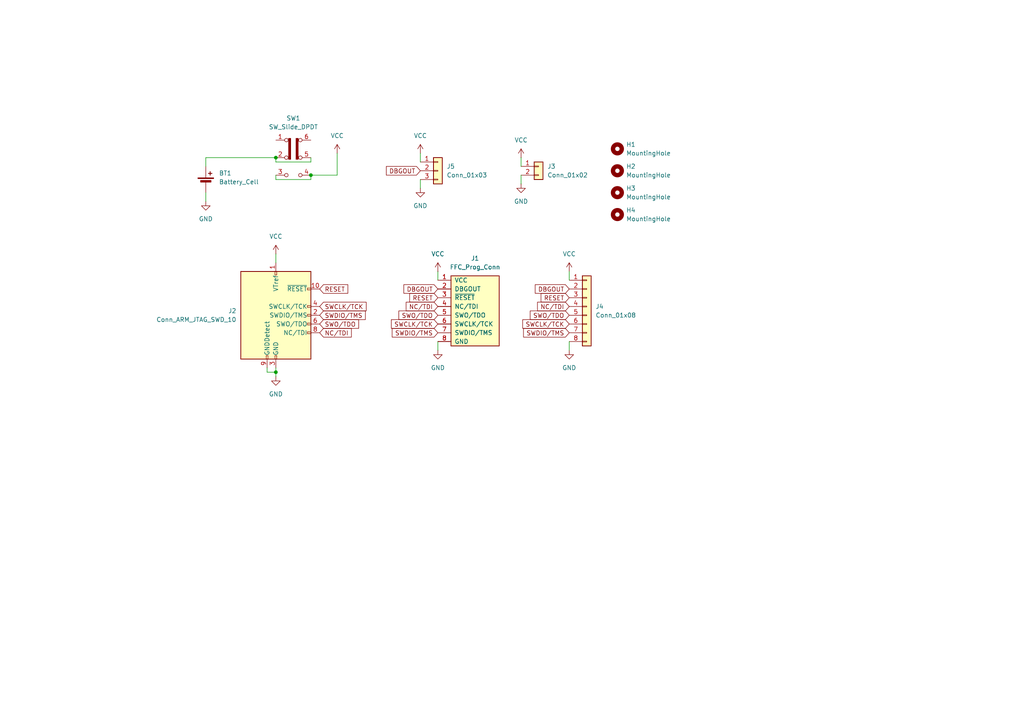
<source format=kicad_sch>
(kicad_sch (version 20231120) (generator "eeschema") (generator_version "8.0")
  (paper "A4")
  (lib_symbols
    (symbol "Connector_Generic:Conn_01x02" (pin_names (offset 1.016) hide)
      (property "Reference" "J" (at 0 2.54 0))
      (property "Value" "Conn_01x02" (at 0 -5.08 0))
      (symbol "Conn_01x02_1_1"
        (rectangle (start -1.27 -2.413) (end 0 -2.667) (stroke (width 0.1524)))
        (rectangle (start -1.27 0.127) (end 0 -0.127) (stroke (width 0.1524)))
        (rectangle (start -1.27 1.27) (end 1.27 -3.81) (stroke (width 0.254)) (fill (type background)))
        (pin passive line (at -5.08 0 0) (length 3.81) (name "Pin_1") (number "1"))
        (pin passive line (at -5.08 -2.54 0) (length 3.81) (name "Pin_2") (number "2"))
      )
    )
    (symbol "Connector_Generic:Conn_01x03" (pin_names (offset 1.016) hide)
      (property "Reference" "J" (at 0 5.08 0))
      (property "Value" "Conn_01x03" (at 0 -5.08 0))
      (symbol "Conn_01x03_1_1"
        (rectangle (start -1.27 -2.413) (end 0 -2.667) (stroke (width 0.1524)))
        (rectangle (start -1.27 0.127) (end 0 -0.127) (stroke (width 0.1524)))
        (rectangle (start -1.27 2.667) (end 0 2.413) (stroke (width 0.1524)))
        (rectangle (start -1.27 3.81) (end 1.27 -3.81) (stroke (width 0.254)) (fill (type background)))
        (pin passive line (at -5.08 2.54 0) (length 3.81) (name "Pin_1") (number "1"))
        (pin passive line (at -5.08 0 0) (length 3.81) (name "Pin_2") (number "2"))
        (pin passive line (at -5.08 -2.54 0) (length 3.81) (name "Pin_3") (number "3"))
      )
    )
    (symbol "Connector_Generic:Conn_01x08" (pin_names (offset 1.016) hide)
      (property "Reference" "J" (at 0 10.16 0))
      (property "Value" "Conn_01x08" (at 0 -12.7 0))
      (symbol "Conn_01x08_1_1"
        (rectangle (start -1.27 -10.033) (end 0 -10.287) (stroke (width 0.1524)))
        (rectangle (start -1.27 -7.493) (end 0 -7.747) (stroke (width 0.1524)))
        (rectangle (start -1.27 -4.953) (end 0 -5.207) (stroke (width 0.1524)))
        (rectangle (start -1.27 -2.413) (end 0 -2.667) (stroke (width 0.1524)))
        (rectangle (start -1.27 0.127) (end 0 -0.127) (stroke (width 0.1524)))
        (rectangle (start -1.27 2.667) (end 0 2.413) (stroke (width 0.1524)))
        (rectangle (start -1.27 5.207) (end 0 4.953) (stroke (width 0.1524)))
        (rectangle (start -1.27 7.747) (end 0 7.493) (stroke (width 0.1524)))
        (rectangle (start -1.27 8.89) (end 1.27 -11.43) (stroke (width 0.254)) (fill (type background)))
        (pin passive line (at -5.08 7.62 0) (length 3.81) (name "Pin_1") (number "1"))
        (pin passive line (at -5.08 5.08 0) (length 3.81) (name "Pin_2") (number "2"))
        (pin passive line (at -5.08 2.54 0) (length 3.81) (name "Pin_3") (number "3"))
        (pin passive line (at -5.08 0 0) (length 3.81) (name "Pin_4") (number "4"))
        (pin passive line (at -5.08 -2.54 0) (length 3.81) (name "Pin_5") (number "5"))
        (pin passive line (at -5.08 -5.08 0) (length 3.81) (name "Pin_6") (number "6"))
        (pin passive line (at -5.08 -7.62 0) (length 3.81) (name "Pin_7") (number "7"))
        (pin passive line (at -5.08 -10.16 0) (length 3.81) (name "Pin_8") (number "8"))
      )
    )
    (symbol "KiPLM:CON/CON-0000-0080" (pin_names (offset 1.016))
      (property "Reference" "J" (at -6.096 11.684 0))
      (property "Value" "FFC_Prog_Conn" (at -0.762 -11.43 0))
      (symbol "CON/CON-0000-0080_1_1"
        (rectangle (start -7.62 10.16) (end 6.35 -10.16) (stroke (width 0.254)) (fill (type background)))
        (pin passive line (at 10.16 8.89 180) (length 3.81) (name "VCC") (number "1"))
        (pin passive line (at 10.16 6.35 180) (length 3.81) (name "DBGOUT") (number "2"))
        (pin passive line (at 10.16 3.81 180) (length 3.81) (name "~{RESET}") (number "3"))
        (pin passive line (at 10.16 1.27 180) (length 3.81) (name "NC/TDI") (number "4"))
        (pin passive line (at 10.16 -1.27 180) (length 3.81) (name "SWO/TDO") (number "5"))
        (pin passive line (at 10.16 -3.81 180) (length 3.81) (name "SWCLK/TCK") (number "6"))
        (pin passive line (at 10.16 -6.35 180) (length 3.81) (name "SWDIO/TMS") (number "7"))
        (pin passive line (at 10.16 -8.89 180) (length 3.81) (name "GND") (number "8"))
      )
    )
    (symbol "KiPLM:CON/CON-0002-4048" (pin_names (offset 1.016))
      (property "Reference" "J" (at -2.54 16.51 0))
      (property "Value" "Conn_ARM_JTAG_SWD_10" (at -2.54 13.97 0))
      (symbol "CON/CON-0002-4048_0_1"
        (rectangle (start -10.16 12.7) (end 10.16 -12.7) (stroke (width 0.254)) (fill (type background)))
        (rectangle (start -2.794 -12.7) (end -2.286 -11.684))
        (rectangle (start -0.254 -12.7) (end 0.254 -11.684))
        (rectangle (start -0.254 12.7) (end 0.254 11.684))
        (rectangle (start 9.144 2.286) (end 10.16 2.794))
        (rectangle (start 10.16 -2.794) (end 9.144 -2.286))
        (rectangle (start 10.16 -0.254) (end 9.144 0.254))
        (rectangle (start 10.16 7.874) (end 9.144 7.366))
      )
      (symbol "CON/CON-0002-4048_1_1"
        (rectangle (start 9.144 -5.334) (end 10.16 -4.826))
        (pin power_in line (at 0 15.24 270) (length 2.54) (name "VTref") (number "1"))
        (pin open_collector line (at 12.7 7.62 180) (length 2.54) (name "~{RESET}") (number "10"))
        (pin bidirectional line (at 12.7 0 180) (length 2.54) (name "SWDIO/TMS") (number "2"))
        (pin power_in line (at 0 -15.24 90) (length 2.54) (name "GND") (number "3"))
        (pin output line (at 12.7 2.54 180) (length 2.54) (name "SWCLK/TCK") (number "4"))
        (pin passive line (at 0 -15.24 90) (length 2.54) hide (name "GND") (number "5"))
        (pin input line (at 12.7 -2.54 180) (length 2.54) (name "SWO/TDO") (number "6"))
        (pin no_connect line (at -10.16 0 0) (length 2.54) hide (name "KEY") (number "7"))
        (pin output line (at 12.7 -5.08 180) (length 2.54) (name "NC/TDI") (number "8"))
        (pin passive line (at -2.54 -15.24 90) (length 2.54) (name "GNDDetect") (number "9"))
      )
    )
    (symbol "KiPLM:PWR/PWR-0003-1060" (pin_numbers hide) (pin_names (offset 0) hide)
      (property "Reference" "BT" (at 2.54 2.54 0))
      (property "Value" "Battery_Cell" (at 2.54 0 0))
      (symbol "PWR/PWR-0003-1060_0_1"
        (rectangle (start -2.286 1.778) (end 2.286 1.524) (fill (type outline)))
        (rectangle (start -1.524 1.016) (end 1.524 0.508) (fill (type outline)))
        (polyline (pts (xy 0 0.762) (xy 0 0)))
        (polyline (pts (xy 0 1.778) (xy 0 2.54)))
        (polyline (pts (xy 0.762 3.048) (xy 1.778 3.048)) (stroke (width 0.254)))
        (polyline (pts (xy 1.27 3.556) (xy 1.27 2.54)) (stroke (width 0.254)))
      )
      (symbol "PWR/PWR-0003-1060_1_1"
        (pin passive line (at 0 5.08 270) (length 2.54) (name "+") (number "1"))
        (pin passive line (at 0 -2.54 90) (length 2.54) (name "-") (number "2"))
      )
    )
    (symbol "KiPLM:SWI/SWI-0002-DPDT" (pin_names (offset 0) hide)
      (property "Reference" "SW" (at 0 6.858 0))
      (property "Value" "SW_Slide_DPDT" (at 0 -8.128 0))
      (symbol "SWI/SWI-0002-DPDT_0_0"
        (circle (center -2.032 -5.08) (radius 0.508))
        (circle (center -2.032 5.08) (radius 0.508))
        (circle (center 2.032 -5.08) (radius 0.508))
        (circle (center 2.032 0) (radius 0.508))
      )
      (symbol "SWI/SWI-0002-DPDT_0_1"
        (circle (center -2.032 0) (radius 0.508))
        (circle (center 2.032 5.08) (radius 0.508))
      )
      (symbol "SWI/SWI-0002-DPDT_1_1"
        (rectangle (start -1.397 5.588) (end -0.762 -0.508) (fill (type outline)))
        (rectangle (start 0.762 5.588) (end 1.397 -0.508) (fill (type outline)))
        (pin passive line (at -5.08 5.08 0) (length 2.54) (name "A") (number "1"))
        (pin passive line (at -5.08 0 0) (length 2.54) (name "B") (number "2"))
        (pin passive line (at -5.08 -5.08 0) (length 2.54) (name "C") (number "3"))
        (pin passive line (at 5.08 -5.08 180) (length 2.54) (name "A") (number "4"))
        (pin passive line (at 5.08 0 180) (length 2.54) (name "B") (number "5"))
        (pin passive line (at 5.08 5.08 180) (length 2.54) (name "C") (number "6"))
      )
    )
    (symbol "Mechanical:MountingHole" (pin_names (offset 1.016)) (exclude_from_sim yes) (in_bom no)
      (property "Reference" "H" (at 0 5.08 0))
      (property "Value" "MountingHole" (at 0 3.175 0))
      (symbol "MountingHole_0_1"
        (circle (center 0 0) (radius 1.27) (stroke (width 1.27)))
      )
    )
    (symbol "power:GND" (power) (pin_numbers hide) (pin_names (offset 0) hide)
      (property "Value" "GND" (at 0 -3.81 0))
      (symbol "GND_0_1"
        (polyline (pts (xy 0 0) (xy 0 -1.27) (xy 1.27 -1.27) (xy 0 -2.54) (xy -1.27 -1.27) (xy 0 -1.27)))
      )
      (symbol "GND_1_1"
        (pin power_in line (at 0 0 270) (length 0) (name "~") (number "1"))
      )
    )
    (symbol "power:VCC" (power) (pin_numbers hide) (pin_names (offset 0) hide)
      (property "Value" "VCC" (at 0 3.556 0))
      (symbol "VCC_0_1"
        (polyline (pts (xy -0.762 1.27) (xy 0 2.54)))
        (polyline (pts (xy 0 0) (xy 0 2.54)))
        (polyline (pts (xy 0 2.54) (xy 0.762 1.27)))
      )
      (symbol "VCC_1_1"
        (pin power_in line (at 0 0 90) (length 0) (name "~") (number "1"))
      )
    )
  )
  (junction (at 90.17 50.8))
  (junction (at 80.01 107.95))
  (junction (at 80.01 45.72))
  (wire (pts (xy 165.1 101.6) (xy 165.1 99.06)))
  (wire (pts (xy 80.01 52.07) (xy 80.01 50.8)))
  (wire (pts (xy 80.01 73.66) (xy 80.01 76.2)))
  (wire (pts (xy 165.1 78.74) (xy 165.1 81.28)))
  (wire (pts (xy 121.92 44.45) (xy 121.92 46.99)))
  (wire (pts (xy 80.01 46.99) (xy 90.17 46.99)))
  (wire (pts (xy 90.17 46.99) (xy 90.17 45.72)))
  (wire (pts (xy 97.79 50.8) (xy 90.17 50.8)))
  (wire (pts (xy 77.47 107.95) (xy 80.01 107.95)))
  (wire (pts (xy 80.01 45.72) (xy 80.01 46.99)))
  (wire (pts (xy 97.79 44.45) (xy 97.79 50.8)))
  (wire (pts (xy 80.01 106.68) (xy 80.01 107.95)))
  (wire (pts (xy 90.17 50.8) (xy 90.17 52.07)))
  (wire (pts (xy 151.13 50.8) (xy 151.13 53.34)))
  (wire (pts (xy 127 78.74) (xy 127 81.28)))
  (wire (pts (xy 77.47 106.68) (xy 77.47 107.95)))
  (wire (pts (xy 151.13 45.72) (xy 151.13 48.26)))
  (wire (pts (xy 121.92 52.07) (xy 121.92 54.61)))
  (wire (pts (xy 127 99.06) (xy 127 101.6)))
  (wire (pts (xy 59.69 45.72) (xy 80.01 45.72)))
  (wire (pts (xy 59.69 48.26) (xy 59.69 45.72)))
  (wire (pts (xy 80.01 107.95) (xy 80.01 109.22)))
  (wire (pts (xy 59.69 55.88) (xy 59.69 58.42)))
  (wire (pts (xy 90.17 52.07) (xy 80.01 52.07)))
  (global_label "RESET" (shape input) (at 165.1 86.36 180) (property "Intersheetrefs" "${INTERSHEET_REFS}" (effects (hide yes))))
  (global_label "SWO{slash}TDO" (shape input) (at 165.1 91.44 180) (property "Intersheetrefs" "${INTERSHEET_REFS}" (effects (hide yes))))
  (global_label "SWCLK{slash}TCK" (shape input) (at 127 93.98 180) (property "Intersheetrefs" "${INTERSHEET_REFS}" (effects (hide yes))))
  (global_label "DBGOUT" (shape input) (at 165.1 83.82 180) (property "Intersheetrefs" "${INTERSHEET_REFS}" (effects (hide yes))))
  (global_label "SWO{slash}TDO" (shape input) (at 92.71 93.98 0) (property "Intersheetrefs" "${INTERSHEET_REFS}" (effects (hide yes))))
  (global_label "SWO{slash}TDO" (shape input) (at 127 91.44 180) (property "Intersheetrefs" "${INTERSHEET_REFS}" (effects (hide yes))))
  (global_label "NC{slash}TDI" (shape input) (at 92.71 96.52 0) (property "Intersheetrefs" "${INTERSHEET_REFS}" (effects (hide yes))))
  (global_label "SWDIO{slash}TMS" (shape input) (at 165.1 96.52 180) (property "Intersheetrefs" "${INTERSHEET_REFS}" (effects (hide yes))))
  (global_label "SWCLK{slash}TCK" (shape input) (at 165.1 93.98 180) (property "Intersheetrefs" "${INTERSHEET_REFS}" (effects (hide yes))))
  (global_label "SWCLK{slash}TCK" (shape input) (at 92.71 88.9 0) (property "Intersheetrefs" "${INTERSHEET_REFS}" (effects (hide yes))))
  (global_label "SWDIO{slash}TMS" (shape input) (at 127 96.52 180) (property "Intersheetrefs" "${INTERSHEET_REFS}" (effects (hide yes))))
  (global_label "RESET" (shape input) (at 92.71 83.82 0) (property "Intersheetrefs" "${INTERSHEET_REFS}" (effects (hide yes))))
  (global_label "NC{slash}TDI" (shape input) (at 127 88.9 180) (property "Intersheetrefs" "${INTERSHEET_REFS}" (effects (hide yes))))
  (global_label "RESET" (shape input) (at 127 86.36 180) (property "Intersheetrefs" "${INTERSHEET_REFS}" (effects (hide yes))))
  (global_label "DBGOUT" (shape input) (at 127 83.82 180) (property "Intersheetrefs" "${INTERSHEET_REFS}" (effects (hide yes))))
  (global_label "SWDIO{slash}TMS" (shape input) (at 92.71 91.44 0) (property "Intersheetrefs" "${INTERSHEET_REFS}" (effects (hide yes))))
  (global_label "DBGOUT" (shape input) (at 121.92 49.53 180) (property "Intersheetrefs" "${INTERSHEET_REFS}" (effects (hide yes))))
  (global_label "NC{slash}TDI" (shape input) (at 165.1 88.9 180) (property "Intersheetrefs" "${INTERSHEET_REFS}" (effects (hide yes))))
  (symbol (lib_id "KiPLM:PWR/PWR-0003-1060") (at 59.69 53.34 0) (unit 1)
    (property "Reference" "BT1" (at 63.5 50.2284 0) (effects (justify left)))
    (property "Value" "Battery_Cell" (at 63.5 52.7684 0) (effects (justify left)))
    (property "Footprint" "Battery:BatteryHolder_Keystone_1060_1x2032" (effects (hide yes)))
    (property "Datasheet" "https://www.mouser.it/datasheet/2/215/1060TR-744237.pdf" (effects (hide yes)))
    (property "Description" "Coin Cell Battery Holders 20MM SMT CELL HOLDER" (effects (hide yes)))
    (property "IPN" "PWR-0003-1060" (effects (hide yes)))
    (property "MPN" "1060TR" (effects (hide yes)))
    (property "Manufacturer" "Keystone Electronics" (effects (hide yes)))
    (property "Symbol" "Device:Battery_Cell" (effects (hide yes)))
    (property "Mouser-PN" "534-1060TR" (effects (hide yes)))
  )
  (symbol (lib_id "power:GND") (at 121.92 54.61 0) (unit 1)
    (property "Reference" "#PWR04" (effects (hide yes)))
    (property "Value" "GND" (at 121.92 59.69 0))
    (property "Description" "Power symbol creates a global label with name \"GND\" , ground" (effects (hide yes)))
  )
  (symbol (lib_id "power:VCC") (at 80.01 73.66 0) (unit 1)
    (property "Reference" "#PWR010" (effects (hide yes)))
    (property "Value" "VCC" (at 80.01 68.58 0))
    (property "Description" "Power symbol creates a global label with name \"VCC\"" (effects (hide yes)))
  )
  (symbol (lib_id "power:GND") (at 165.1 101.6 0) (unit 1)
    (property "Reference" "#PWR02" (effects (hide yes)))
    (property "Value" "GND" (at 165.1 106.68 0))
    (property "Description" "Power symbol creates a global label with name \"GND\" , ground" (effects (hide yes)))
  )
  (symbol (lib_id "power:VCC") (at 165.1 78.74 0) (unit 1)
    (property "Reference" "#PWR07" (effects (hide yes)))
    (property "Value" "VCC" (at 165.1 73.66 0))
    (property "Description" "Power symbol creates a global label with name \"VCC\"" (effects (hide yes)))
  )
  (symbol (lib_id "Connector_Generic:Conn_01x02") (at 156.21 48.26 0) (unit 1)
    (property "Reference" "J3" (at 158.75 48.2599 0) (effects (justify left)))
    (property "Value" "Conn_01x02" (at 158.75 50.7999 0) (effects (justify left)))
    (property "Footprint" "Connector_PinHeader_2.54mm:PinHeader_1x02_P2.54mm_Vertical" (effects (hide yes)))
    (property "Description" "Generic connector, single row, 01x02, script generated (kicad-library-utils/schlib/autogen/connector/)" (effects (hide yes)))
  )
  (symbol (lib_id "power:GND") (at 127 101.6 0) (unit 1)
    (property "Reference" "#PWR03" (effects (hide yes)))
    (property "Value" "GND" (at 127 106.68 0))
    (property "Description" "Power symbol creates a global label with name \"GND\" , ground" (effects (hide yes)))
  )
  (symbol (lib_id "power:VCC") (at 127 78.74 0) (unit 1)
    (property "Reference" "#PWR06" (effects (hide yes)))
    (property "Value" "VCC" (at 127 73.66 0))
    (property "Description" "Power symbol creates a global label with name \"VCC\"" (effects (hide yes)))
  )
  (symbol (lib_id "power:GND") (at 59.69 58.42 0) (unit 1)
    (property "Reference" "#PWR012" (effects (hide yes)))
    (property "Value" "GND" (at 59.69 63.5 0))
    (property "Description" "Power symbol creates a global label with name \"GND\" , ground" (effects (hide yes)))
  )
  (symbol (lib_id "power:GND") (at 151.13 53.34 0) (unit 1)
    (property "Reference" "#PWR05" (effects (hide yes)))
    (property "Value" "GND" (at 151.13 58.42 0))
    (property "Description" "Power symbol creates a global label with name \"GND\" , ground" (effects (hide yes)))
  )
  (symbol (lib_id "power:GND") (at 80.01 109.22 0) (unit 1)
    (property "Reference" "#PWR01" (effects (hide yes)))
    (property "Value" "GND" (at 80.01 114.3 0))
    (property "Description" "Power symbol creates a global label with name \"GND\" , ground" (effects (hide yes)))
  )
  (symbol (lib_id "Mechanical:MountingHole") (at 179.07 55.88 0) (unit 1) (exclude_from_sim yes) (in_bom no)
    (property "Reference" "H3" (at 181.61 54.6099 0) (effects (justify left)))
    (property "Value" "MountingHole" (at 181.61 57.1499 0) (effects (justify left)))
    (property "Footprint" "MountingHole:MountingHole_3.2mm_M3" (effects (hide yes)))
    (property "Description" "Mounting Hole without connection" (effects (hide yes)))
  )
  (symbol (lib_id "KiPLM:CON/CON-0002-4048") (at 80.01 91.44 0) (unit 1)
    (property "Reference" "J2" (at 68.58 90.1699 0) (effects (justify right)))
    (property "Value" "Conn_ARM_JTAG_SWD_10" (at 68.58 92.7099 0) (effects (justify right)))
    (property "Footprint" "Connector_PinHeader_1.27mm:PinHeader_2x05_P1.27mm_Vertical_SMD" (effects (hide yes)))
    (property "Description" "Mini SWD 0.05 Pitch Connector - 10 Pin SMT Header" (effects (hide yes)))
    (property "IPN" "CON-0002-4048" (effects (hide yes)))
    (property "MPN" "4048" (effects (hide yes)))
    (property "Manufacturer" "Adafruit" (effects (hide yes)))
    (property "Symbol" "Connector:Conn_ARM_JTAG_SWD_10" (effects (hide yes)))
    (property "Mouser-PN" "485-4048" (effects (hide yes)))
  )
  (symbol (lib_id "Connector_Generic:Conn_01x08") (at 170.18 88.9 0) (unit 1)
    (property "Reference" "J4" (at 172.72 88.8999 0) (effects (justify left)))
    (property "Value" "Conn_01x08" (at 172.72 91.4399 0) (effects (justify left)))
    (property "Footprint" "Connector_PinHeader_2.54mm:PinHeader_1x08_P2.54mm_Vertical" (effects (hide yes)))
    (property "Description" "Generic connector, single row, 01x08, script generated (kicad-library-utils/schlib/autogen/connector/)" (effects (hide yes)))
  )
  (symbol (lib_id "Connector_Generic:Conn_01x03") (at 127 49.53 0) (unit 1)
    (property "Reference" "J5" (at 129.54 48.2599 0) (effects (justify left)))
    (property "Value" "Conn_01x03" (at 129.54 50.7999 0) (effects (justify left)))
    (property "Footprint" "Connector_PinHeader_2.54mm:PinHeader_1x03_P2.54mm_Vertical" (effects (hide yes)))
    (property "Description" "Generic connector, single row, 01x03, script generated (kicad-library-utils/schlib/autogen/connector/)" (effects (hide yes)))
  )
  (symbol (lib_id "Mechanical:MountingHole") (at 179.07 62.23 0) (unit 1) (exclude_from_sim yes) (in_bom no)
    (property "Reference" "H4" (at 181.61 60.9599 0) (effects (justify left)))
    (property "Value" "MountingHole" (at 181.61 63.4999 0) (effects (justify left)))
    (property "Footprint" "MountingHole:MountingHole_3.2mm_M3" (effects (hide yes)))
    (property "Description" "Mounting Hole without connection" (effects (hide yes)))
  )
  (symbol (lib_id "Mechanical:MountingHole") (at 179.07 43.18 0) (unit 1) (exclude_from_sim yes) (in_bom no)
    (property "Reference" "H1" (at 181.61 41.9099 0) (effects (justify left)))
    (property "Value" "MountingHole" (at 181.61 44.4499 0) (effects (justify left)))
    (property "Footprint" "MountingHole:MountingHole_3.2mm_M3" (effects (hide yes)))
    (property "Description" "Mounting Hole without connection" (effects (hide yes)))
  )
  (symbol (lib_id "power:VCC") (at 121.92 44.45 0) (unit 1)
    (property "Reference" "#PWR09" (effects (hide yes)))
    (property "Value" "VCC" (at 121.92 39.37 0))
    (property "Description" "Power symbol creates a global label with name \"VCC\"" (effects (hide yes)))
  )
  (symbol (lib_id "power:VCC") (at 151.13 45.72 0) (unit 1)
    (property "Reference" "#PWR08" (effects (hide yes)))
    (property "Value" "VCC" (at 151.13 40.64 0))
    (property "Description" "Power symbol creates a global label with name \"VCC\"" (effects (hide yes)))
  )
  (symbol (lib_id "KiPLM:CON/CON-0000-0080") (at 137.16 90.17 0) (mirror y) (unit 1)
    (property "Reference" "J1" (at 137.795 74.93 0))
    (property "Value" "FFC_Prog_Conn" (at 137.795 77.47 0))
    (property "Footprint" "KiPLM_Footprints:Molex_505110-0892" (effects (hide yes)))
    (property "Datasheet" "https://www.molex.com/en-us/products/part-detail/5051100892?display=pdf" (effects (hide yes)))
    (property "Description" "FC & FPC Connectors 0.5 FPC ZIF BTM CONT EMBT PKG 8Ckt" (effects (hide yes)))
    (property "IPN" "CON-0000-0080" (effects (hide yes)))
    (property "MPN" "505110-0892" (effects (hide yes)))
    (property "Manufacturer" "Molex" (effects (hide yes)))
    (property "Symbol" "KiPLM_Symbols:FFC_Prog_Conn" (effects (hide yes)))
    (property "Pins" "8" (effects (hide yes)))
    (property "Mouser-PN" "538-505110-0892" (effects (hide yes)))
  )
  (symbol (lib_id "power:VCC") (at 97.79 44.45 0) (unit 1)
    (property "Reference" "#PWR011" (effects (hide yes)))
    (property "Value" "VCC" (at 97.79 39.37 0))
    (property "Description" "Power symbol creates a global label with name \"VCC\"" (effects (hide yes)))
  )
  (symbol (lib_id "KiPLM:SWI/SWI-0002-DPDT") (at 85.09 45.72 0) (unit 1)
    (property "Reference" "SW1" (at 85.09 34.29 0))
    (property "Value" "SW_Slide_DPDT" (at 85.09 36.83 0))
    (property "Footprint" "Button_Switch_THT:SW_CK_JS202011CQN_DPDT_Straight" (effects (hide yes)))
    (property "Datasheet" "https://ckswitches.com/media/1422/js.pdf" (effects (hide yes)))
    (property "Description" "Slide Switches DPDT THRU HOLE .3A" (effects (hide yes)))
    (property "IPN" "SWI-0002-DPDT" (effects (hide yes)))
    (property "MPN" "JS202011CQN" (effects (hide yes)))
    (property "Manufacturer" "C&K Switches" (effects (hide yes)))
    (property "Symbol" "Switch:SW_Slide_DPDT" (effects (hide yes)))
    (property "Mouser-PN" "611-JS202011CQN" (effects (hide yes)))
  )
  (symbol (lib_id "Mechanical:MountingHole") (at 179.07 49.53 0) (unit 1) (exclude_from_sim yes) (in_bom no)
    (property "Reference" "H2" (at 181.61 48.2599 0) (effects (justify left)))
    (property "Value" "MountingHole" (at 181.61 50.7999 0) (effects (justify left)))
    (property "Footprint" "MountingHole:MountingHole_3.2mm_M3" (effects (hide yes)))
    (property "Description" "Mounting Hole without connection" (effects (hide yes)))
  )
)
</source>
